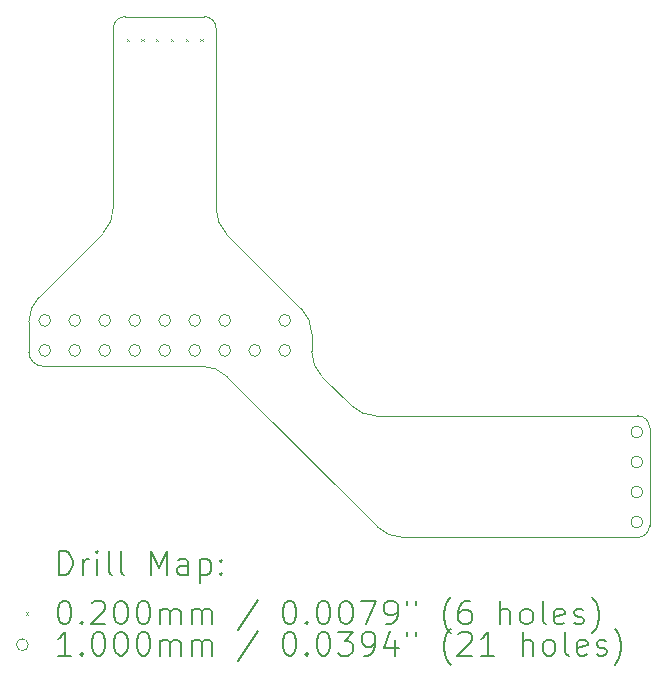
<source format=gbr>
%TF.GenerationSoftware,KiCad,Pcbnew,7.0.9*%
%TF.CreationDate,2024-09-23T21:55:01+08:00*%
%TF.ProjectId,thingy,7468696e-6779-42e6-9b69-6361645f7063,rev?*%
%TF.SameCoordinates,Original*%
%TF.FileFunction,Drillmap*%
%TF.FilePolarity,Positive*%
%FSLAX45Y45*%
G04 Gerber Fmt 4.5, Leading zero omitted, Abs format (unit mm)*
G04 Created by KiCad (PCBNEW 7.0.9) date 2024-09-23 21:55:01*
%MOMM*%
%LPD*%
G01*
G04 APERTURE LIST*
%ADD10C,0.100000*%
%ADD11C,0.200000*%
G04 APERTURE END LIST*
D10*
X10527870Y-347866D02*
G75*
G03*
X10315736Y-260000I-212130J-212134D01*
G01*
X10435003Y1074264D02*
G75*
G03*
X10522868Y862132I299997J-4D01*
G01*
X11802130Y-1622134D02*
G75*
G03*
X12014264Y-1710000I212130J212134D01*
G01*
X11577130Y-592134D02*
G75*
G03*
X11789264Y-680000I212130J212134D01*
G01*
X8937866Y327870D02*
G75*
G03*
X8850000Y115736I212134J-212130D01*
G01*
X11244997Y15736D02*
G75*
G03*
X11157132Y227868I-299997J4D01*
G01*
X9477134Y867130D02*
G75*
G03*
X9565000Y1079264I-212134J212130D01*
G01*
X11245003Y-135736D02*
G75*
G03*
X11332868Y-347868I299997J-4D01*
G01*
X10315736Y-260000D02*
X8970000Y-260000D01*
X11245000Y15736D02*
X11245000Y-135736D01*
X11789264Y-680000D02*
X14005000Y-680000D01*
X9565000Y1079264D02*
X9565000Y2600000D01*
X9665000Y2700000D02*
G75*
G03*
X9565000Y2600000I0J-100000D01*
G01*
X14005000Y-1710000D02*
X12014264Y-1710000D01*
X14105000Y-780000D02*
G75*
G03*
X14005000Y-680000I-100000J0D01*
G01*
X11802132Y-1622132D02*
X10527868Y-347868D01*
X8850000Y-140000D02*
X8850000Y115736D01*
X10435000Y2600000D02*
X10435000Y1074264D01*
X10435000Y2600000D02*
G75*
G03*
X10335000Y2700000I-100000J0D01*
G01*
X14105000Y-780000D02*
X14105000Y-1610000D01*
X11332868Y-347868D02*
X11577132Y-592132D01*
X14005000Y-1710000D02*
G75*
G03*
X14105000Y-1610000I0J100000D01*
G01*
X8850000Y-140000D02*
G75*
G03*
X8970000Y-260000I120000J0D01*
G01*
X10522868Y862132D02*
X11157132Y227868D01*
X8937868Y327868D02*
X9477132Y867132D01*
X9665000Y2700000D02*
X10335000Y2700000D01*
D11*
D10*
X9677500Y2512500D02*
X9697500Y2492500D01*
X9697500Y2512500D02*
X9677500Y2492500D01*
X9802500Y2512500D02*
X9822500Y2492500D01*
X9822500Y2512500D02*
X9802500Y2492500D01*
X9927500Y2512500D02*
X9947500Y2492500D01*
X9947500Y2512500D02*
X9927500Y2492500D01*
X10052500Y2512500D02*
X10072500Y2492500D01*
X10072500Y2512500D02*
X10052500Y2492500D01*
X10177500Y2512500D02*
X10197500Y2492500D01*
X10197500Y2512500D02*
X10177500Y2492500D01*
X10302500Y2512500D02*
X10322500Y2492500D01*
X10322500Y2512500D02*
X10302500Y2492500D01*
X9035000Y127500D02*
G75*
G03*
X9035000Y127500I-50000J0D01*
G01*
X9035000Y-126500D02*
G75*
G03*
X9035000Y-126500I-50000J0D01*
G01*
X9289000Y127500D02*
G75*
G03*
X9289000Y127500I-50000J0D01*
G01*
X9289000Y-126500D02*
G75*
G03*
X9289000Y-126500I-50000J0D01*
G01*
X9543000Y127500D02*
G75*
G03*
X9543000Y127500I-50000J0D01*
G01*
X9543000Y-126500D02*
G75*
G03*
X9543000Y-126500I-50000J0D01*
G01*
X9797000Y127500D02*
G75*
G03*
X9797000Y127500I-50000J0D01*
G01*
X9797000Y-126500D02*
G75*
G03*
X9797000Y-126500I-50000J0D01*
G01*
X10051000Y127500D02*
G75*
G03*
X10051000Y127500I-50000J0D01*
G01*
X10051000Y-126500D02*
G75*
G03*
X10051000Y-126500I-50000J0D01*
G01*
X10305000Y127500D02*
G75*
G03*
X10305000Y127500I-50000J0D01*
G01*
X10305000Y-126500D02*
G75*
G03*
X10305000Y-126500I-50000J0D01*
G01*
X10559000Y127500D02*
G75*
G03*
X10559000Y127500I-50000J0D01*
G01*
X10559000Y-126500D02*
G75*
G03*
X10559000Y-126500I-50000J0D01*
G01*
X10813000Y-126500D02*
G75*
G03*
X10813000Y-126500I-50000J0D01*
G01*
X11067000Y127500D02*
G75*
G03*
X11067000Y127500I-50000J0D01*
G01*
X11067000Y-126500D02*
G75*
G03*
X11067000Y-126500I-50000J0D01*
G01*
X14047500Y-818000D02*
G75*
G03*
X14047500Y-818000I-50000J0D01*
G01*
X14047500Y-1072000D02*
G75*
G03*
X14047500Y-1072000I-50000J0D01*
G01*
X14047500Y-1326000D02*
G75*
G03*
X14047500Y-1326000I-50000J0D01*
G01*
X14047500Y-1580000D02*
G75*
G03*
X14047500Y-1580000I-50000J0D01*
G01*
D11*
X9105777Y-2026484D02*
X9105777Y-1826484D01*
X9105777Y-1826484D02*
X9153396Y-1826484D01*
X9153396Y-1826484D02*
X9181967Y-1836008D01*
X9181967Y-1836008D02*
X9201015Y-1855055D01*
X9201015Y-1855055D02*
X9210539Y-1874103D01*
X9210539Y-1874103D02*
X9220063Y-1912198D01*
X9220063Y-1912198D02*
X9220063Y-1940769D01*
X9220063Y-1940769D02*
X9210539Y-1978865D01*
X9210539Y-1978865D02*
X9201015Y-1997912D01*
X9201015Y-1997912D02*
X9181967Y-2016960D01*
X9181967Y-2016960D02*
X9153396Y-2026484D01*
X9153396Y-2026484D02*
X9105777Y-2026484D01*
X9305777Y-2026484D02*
X9305777Y-1893150D01*
X9305777Y-1931246D02*
X9315301Y-1912198D01*
X9315301Y-1912198D02*
X9324824Y-1902674D01*
X9324824Y-1902674D02*
X9343872Y-1893150D01*
X9343872Y-1893150D02*
X9362920Y-1893150D01*
X9429586Y-2026484D02*
X9429586Y-1893150D01*
X9429586Y-1826484D02*
X9420063Y-1836008D01*
X9420063Y-1836008D02*
X9429586Y-1845531D01*
X9429586Y-1845531D02*
X9439110Y-1836008D01*
X9439110Y-1836008D02*
X9429586Y-1826484D01*
X9429586Y-1826484D02*
X9429586Y-1845531D01*
X9553396Y-2026484D02*
X9534348Y-2016960D01*
X9534348Y-2016960D02*
X9524824Y-1997912D01*
X9524824Y-1997912D02*
X9524824Y-1826484D01*
X9658158Y-2026484D02*
X9639110Y-2016960D01*
X9639110Y-2016960D02*
X9629586Y-1997912D01*
X9629586Y-1997912D02*
X9629586Y-1826484D01*
X9886729Y-2026484D02*
X9886729Y-1826484D01*
X9886729Y-1826484D02*
X9953396Y-1969341D01*
X9953396Y-1969341D02*
X10020063Y-1826484D01*
X10020063Y-1826484D02*
X10020063Y-2026484D01*
X10201015Y-2026484D02*
X10201015Y-1921722D01*
X10201015Y-1921722D02*
X10191491Y-1902674D01*
X10191491Y-1902674D02*
X10172444Y-1893150D01*
X10172444Y-1893150D02*
X10134348Y-1893150D01*
X10134348Y-1893150D02*
X10115301Y-1902674D01*
X10201015Y-2016960D02*
X10181967Y-2026484D01*
X10181967Y-2026484D02*
X10134348Y-2026484D01*
X10134348Y-2026484D02*
X10115301Y-2016960D01*
X10115301Y-2016960D02*
X10105777Y-1997912D01*
X10105777Y-1997912D02*
X10105777Y-1978865D01*
X10105777Y-1978865D02*
X10115301Y-1959817D01*
X10115301Y-1959817D02*
X10134348Y-1950293D01*
X10134348Y-1950293D02*
X10181967Y-1950293D01*
X10181967Y-1950293D02*
X10201015Y-1940769D01*
X10296253Y-1893150D02*
X10296253Y-2093150D01*
X10296253Y-1902674D02*
X10315301Y-1893150D01*
X10315301Y-1893150D02*
X10353396Y-1893150D01*
X10353396Y-1893150D02*
X10372444Y-1902674D01*
X10372444Y-1902674D02*
X10381967Y-1912198D01*
X10381967Y-1912198D02*
X10391491Y-1931246D01*
X10391491Y-1931246D02*
X10391491Y-1988388D01*
X10391491Y-1988388D02*
X10381967Y-2007436D01*
X10381967Y-2007436D02*
X10372444Y-2016960D01*
X10372444Y-2016960D02*
X10353396Y-2026484D01*
X10353396Y-2026484D02*
X10315301Y-2026484D01*
X10315301Y-2026484D02*
X10296253Y-2016960D01*
X10477205Y-2007436D02*
X10486729Y-2016960D01*
X10486729Y-2016960D02*
X10477205Y-2026484D01*
X10477205Y-2026484D02*
X10467682Y-2016960D01*
X10467682Y-2016960D02*
X10477205Y-2007436D01*
X10477205Y-2007436D02*
X10477205Y-2026484D01*
X10477205Y-1902674D02*
X10486729Y-1912198D01*
X10486729Y-1912198D02*
X10477205Y-1921722D01*
X10477205Y-1921722D02*
X10467682Y-1912198D01*
X10467682Y-1912198D02*
X10477205Y-1902674D01*
X10477205Y-1902674D02*
X10477205Y-1921722D01*
D10*
X8825000Y-2345000D02*
X8845000Y-2365000D01*
X8845000Y-2345000D02*
X8825000Y-2365000D01*
D11*
X9143872Y-2246484D02*
X9162920Y-2246484D01*
X9162920Y-2246484D02*
X9181967Y-2256008D01*
X9181967Y-2256008D02*
X9191491Y-2265531D01*
X9191491Y-2265531D02*
X9201015Y-2284579D01*
X9201015Y-2284579D02*
X9210539Y-2322674D01*
X9210539Y-2322674D02*
X9210539Y-2370293D01*
X9210539Y-2370293D02*
X9201015Y-2408389D01*
X9201015Y-2408389D02*
X9191491Y-2427436D01*
X9191491Y-2427436D02*
X9181967Y-2436960D01*
X9181967Y-2436960D02*
X9162920Y-2446484D01*
X9162920Y-2446484D02*
X9143872Y-2446484D01*
X9143872Y-2446484D02*
X9124824Y-2436960D01*
X9124824Y-2436960D02*
X9115301Y-2427436D01*
X9115301Y-2427436D02*
X9105777Y-2408389D01*
X9105777Y-2408389D02*
X9096253Y-2370293D01*
X9096253Y-2370293D02*
X9096253Y-2322674D01*
X9096253Y-2322674D02*
X9105777Y-2284579D01*
X9105777Y-2284579D02*
X9115301Y-2265531D01*
X9115301Y-2265531D02*
X9124824Y-2256008D01*
X9124824Y-2256008D02*
X9143872Y-2246484D01*
X9296253Y-2427436D02*
X9305777Y-2436960D01*
X9305777Y-2436960D02*
X9296253Y-2446484D01*
X9296253Y-2446484D02*
X9286729Y-2436960D01*
X9286729Y-2436960D02*
X9296253Y-2427436D01*
X9296253Y-2427436D02*
X9296253Y-2446484D01*
X9381967Y-2265531D02*
X9391491Y-2256008D01*
X9391491Y-2256008D02*
X9410539Y-2246484D01*
X9410539Y-2246484D02*
X9458158Y-2246484D01*
X9458158Y-2246484D02*
X9477205Y-2256008D01*
X9477205Y-2256008D02*
X9486729Y-2265531D01*
X9486729Y-2265531D02*
X9496253Y-2284579D01*
X9496253Y-2284579D02*
X9496253Y-2303627D01*
X9496253Y-2303627D02*
X9486729Y-2332198D01*
X9486729Y-2332198D02*
X9372444Y-2446484D01*
X9372444Y-2446484D02*
X9496253Y-2446484D01*
X9620063Y-2246484D02*
X9639110Y-2246484D01*
X9639110Y-2246484D02*
X9658158Y-2256008D01*
X9658158Y-2256008D02*
X9667682Y-2265531D01*
X9667682Y-2265531D02*
X9677205Y-2284579D01*
X9677205Y-2284579D02*
X9686729Y-2322674D01*
X9686729Y-2322674D02*
X9686729Y-2370293D01*
X9686729Y-2370293D02*
X9677205Y-2408389D01*
X9677205Y-2408389D02*
X9667682Y-2427436D01*
X9667682Y-2427436D02*
X9658158Y-2436960D01*
X9658158Y-2436960D02*
X9639110Y-2446484D01*
X9639110Y-2446484D02*
X9620063Y-2446484D01*
X9620063Y-2446484D02*
X9601015Y-2436960D01*
X9601015Y-2436960D02*
X9591491Y-2427436D01*
X9591491Y-2427436D02*
X9581967Y-2408389D01*
X9581967Y-2408389D02*
X9572444Y-2370293D01*
X9572444Y-2370293D02*
X9572444Y-2322674D01*
X9572444Y-2322674D02*
X9581967Y-2284579D01*
X9581967Y-2284579D02*
X9591491Y-2265531D01*
X9591491Y-2265531D02*
X9601015Y-2256008D01*
X9601015Y-2256008D02*
X9620063Y-2246484D01*
X9810539Y-2246484D02*
X9829586Y-2246484D01*
X9829586Y-2246484D02*
X9848634Y-2256008D01*
X9848634Y-2256008D02*
X9858158Y-2265531D01*
X9858158Y-2265531D02*
X9867682Y-2284579D01*
X9867682Y-2284579D02*
X9877205Y-2322674D01*
X9877205Y-2322674D02*
X9877205Y-2370293D01*
X9877205Y-2370293D02*
X9867682Y-2408389D01*
X9867682Y-2408389D02*
X9858158Y-2427436D01*
X9858158Y-2427436D02*
X9848634Y-2436960D01*
X9848634Y-2436960D02*
X9829586Y-2446484D01*
X9829586Y-2446484D02*
X9810539Y-2446484D01*
X9810539Y-2446484D02*
X9791491Y-2436960D01*
X9791491Y-2436960D02*
X9781967Y-2427436D01*
X9781967Y-2427436D02*
X9772444Y-2408389D01*
X9772444Y-2408389D02*
X9762920Y-2370293D01*
X9762920Y-2370293D02*
X9762920Y-2322674D01*
X9762920Y-2322674D02*
X9772444Y-2284579D01*
X9772444Y-2284579D02*
X9781967Y-2265531D01*
X9781967Y-2265531D02*
X9791491Y-2256008D01*
X9791491Y-2256008D02*
X9810539Y-2246484D01*
X9962920Y-2446484D02*
X9962920Y-2313150D01*
X9962920Y-2332198D02*
X9972444Y-2322674D01*
X9972444Y-2322674D02*
X9991491Y-2313150D01*
X9991491Y-2313150D02*
X10020063Y-2313150D01*
X10020063Y-2313150D02*
X10039110Y-2322674D01*
X10039110Y-2322674D02*
X10048634Y-2341722D01*
X10048634Y-2341722D02*
X10048634Y-2446484D01*
X10048634Y-2341722D02*
X10058158Y-2322674D01*
X10058158Y-2322674D02*
X10077205Y-2313150D01*
X10077205Y-2313150D02*
X10105777Y-2313150D01*
X10105777Y-2313150D02*
X10124825Y-2322674D01*
X10124825Y-2322674D02*
X10134348Y-2341722D01*
X10134348Y-2341722D02*
X10134348Y-2446484D01*
X10229586Y-2446484D02*
X10229586Y-2313150D01*
X10229586Y-2332198D02*
X10239110Y-2322674D01*
X10239110Y-2322674D02*
X10258158Y-2313150D01*
X10258158Y-2313150D02*
X10286729Y-2313150D01*
X10286729Y-2313150D02*
X10305777Y-2322674D01*
X10305777Y-2322674D02*
X10315301Y-2341722D01*
X10315301Y-2341722D02*
X10315301Y-2446484D01*
X10315301Y-2341722D02*
X10324825Y-2322674D01*
X10324825Y-2322674D02*
X10343872Y-2313150D01*
X10343872Y-2313150D02*
X10372444Y-2313150D01*
X10372444Y-2313150D02*
X10391491Y-2322674D01*
X10391491Y-2322674D02*
X10401015Y-2341722D01*
X10401015Y-2341722D02*
X10401015Y-2446484D01*
X10791491Y-2236960D02*
X10620063Y-2494103D01*
X11048634Y-2246484D02*
X11067682Y-2246484D01*
X11067682Y-2246484D02*
X11086729Y-2256008D01*
X11086729Y-2256008D02*
X11096253Y-2265531D01*
X11096253Y-2265531D02*
X11105777Y-2284579D01*
X11105777Y-2284579D02*
X11115301Y-2322674D01*
X11115301Y-2322674D02*
X11115301Y-2370293D01*
X11115301Y-2370293D02*
X11105777Y-2408389D01*
X11105777Y-2408389D02*
X11096253Y-2427436D01*
X11096253Y-2427436D02*
X11086729Y-2436960D01*
X11086729Y-2436960D02*
X11067682Y-2446484D01*
X11067682Y-2446484D02*
X11048634Y-2446484D01*
X11048634Y-2446484D02*
X11029587Y-2436960D01*
X11029587Y-2436960D02*
X11020063Y-2427436D01*
X11020063Y-2427436D02*
X11010539Y-2408389D01*
X11010539Y-2408389D02*
X11001015Y-2370293D01*
X11001015Y-2370293D02*
X11001015Y-2322674D01*
X11001015Y-2322674D02*
X11010539Y-2284579D01*
X11010539Y-2284579D02*
X11020063Y-2265531D01*
X11020063Y-2265531D02*
X11029587Y-2256008D01*
X11029587Y-2256008D02*
X11048634Y-2246484D01*
X11201015Y-2427436D02*
X11210539Y-2436960D01*
X11210539Y-2436960D02*
X11201015Y-2446484D01*
X11201015Y-2446484D02*
X11191491Y-2436960D01*
X11191491Y-2436960D02*
X11201015Y-2427436D01*
X11201015Y-2427436D02*
X11201015Y-2446484D01*
X11334348Y-2246484D02*
X11353396Y-2246484D01*
X11353396Y-2246484D02*
X11372444Y-2256008D01*
X11372444Y-2256008D02*
X11381967Y-2265531D01*
X11381967Y-2265531D02*
X11391491Y-2284579D01*
X11391491Y-2284579D02*
X11401015Y-2322674D01*
X11401015Y-2322674D02*
X11401015Y-2370293D01*
X11401015Y-2370293D02*
X11391491Y-2408389D01*
X11391491Y-2408389D02*
X11381967Y-2427436D01*
X11381967Y-2427436D02*
X11372444Y-2436960D01*
X11372444Y-2436960D02*
X11353396Y-2446484D01*
X11353396Y-2446484D02*
X11334348Y-2446484D01*
X11334348Y-2446484D02*
X11315301Y-2436960D01*
X11315301Y-2436960D02*
X11305777Y-2427436D01*
X11305777Y-2427436D02*
X11296253Y-2408389D01*
X11296253Y-2408389D02*
X11286729Y-2370293D01*
X11286729Y-2370293D02*
X11286729Y-2322674D01*
X11286729Y-2322674D02*
X11296253Y-2284579D01*
X11296253Y-2284579D02*
X11305777Y-2265531D01*
X11305777Y-2265531D02*
X11315301Y-2256008D01*
X11315301Y-2256008D02*
X11334348Y-2246484D01*
X11524825Y-2246484D02*
X11543872Y-2246484D01*
X11543872Y-2246484D02*
X11562920Y-2256008D01*
X11562920Y-2256008D02*
X11572444Y-2265531D01*
X11572444Y-2265531D02*
X11581967Y-2284579D01*
X11581967Y-2284579D02*
X11591491Y-2322674D01*
X11591491Y-2322674D02*
X11591491Y-2370293D01*
X11591491Y-2370293D02*
X11581967Y-2408389D01*
X11581967Y-2408389D02*
X11572444Y-2427436D01*
X11572444Y-2427436D02*
X11562920Y-2436960D01*
X11562920Y-2436960D02*
X11543872Y-2446484D01*
X11543872Y-2446484D02*
X11524825Y-2446484D01*
X11524825Y-2446484D02*
X11505777Y-2436960D01*
X11505777Y-2436960D02*
X11496253Y-2427436D01*
X11496253Y-2427436D02*
X11486729Y-2408389D01*
X11486729Y-2408389D02*
X11477206Y-2370293D01*
X11477206Y-2370293D02*
X11477206Y-2322674D01*
X11477206Y-2322674D02*
X11486729Y-2284579D01*
X11486729Y-2284579D02*
X11496253Y-2265531D01*
X11496253Y-2265531D02*
X11505777Y-2256008D01*
X11505777Y-2256008D02*
X11524825Y-2246484D01*
X11658158Y-2246484D02*
X11791491Y-2246484D01*
X11791491Y-2246484D02*
X11705777Y-2446484D01*
X11877206Y-2446484D02*
X11915301Y-2446484D01*
X11915301Y-2446484D02*
X11934348Y-2436960D01*
X11934348Y-2436960D02*
X11943872Y-2427436D01*
X11943872Y-2427436D02*
X11962920Y-2398865D01*
X11962920Y-2398865D02*
X11972444Y-2360770D01*
X11972444Y-2360770D02*
X11972444Y-2284579D01*
X11972444Y-2284579D02*
X11962920Y-2265531D01*
X11962920Y-2265531D02*
X11953396Y-2256008D01*
X11953396Y-2256008D02*
X11934348Y-2246484D01*
X11934348Y-2246484D02*
X11896253Y-2246484D01*
X11896253Y-2246484D02*
X11877206Y-2256008D01*
X11877206Y-2256008D02*
X11867682Y-2265531D01*
X11867682Y-2265531D02*
X11858158Y-2284579D01*
X11858158Y-2284579D02*
X11858158Y-2332198D01*
X11858158Y-2332198D02*
X11867682Y-2351246D01*
X11867682Y-2351246D02*
X11877206Y-2360770D01*
X11877206Y-2360770D02*
X11896253Y-2370293D01*
X11896253Y-2370293D02*
X11934348Y-2370293D01*
X11934348Y-2370293D02*
X11953396Y-2360770D01*
X11953396Y-2360770D02*
X11962920Y-2351246D01*
X11962920Y-2351246D02*
X11972444Y-2332198D01*
X12048634Y-2246484D02*
X12048634Y-2284579D01*
X12124825Y-2246484D02*
X12124825Y-2284579D01*
X12420063Y-2522674D02*
X12410539Y-2513150D01*
X12410539Y-2513150D02*
X12391491Y-2484579D01*
X12391491Y-2484579D02*
X12381968Y-2465531D01*
X12381968Y-2465531D02*
X12372444Y-2436960D01*
X12372444Y-2436960D02*
X12362920Y-2389341D01*
X12362920Y-2389341D02*
X12362920Y-2351246D01*
X12362920Y-2351246D02*
X12372444Y-2303627D01*
X12372444Y-2303627D02*
X12381968Y-2275055D01*
X12381968Y-2275055D02*
X12391491Y-2256008D01*
X12391491Y-2256008D02*
X12410539Y-2227436D01*
X12410539Y-2227436D02*
X12420063Y-2217912D01*
X12581968Y-2246484D02*
X12543872Y-2246484D01*
X12543872Y-2246484D02*
X12524825Y-2256008D01*
X12524825Y-2256008D02*
X12515301Y-2265531D01*
X12515301Y-2265531D02*
X12496253Y-2294103D01*
X12496253Y-2294103D02*
X12486729Y-2332198D01*
X12486729Y-2332198D02*
X12486729Y-2408389D01*
X12486729Y-2408389D02*
X12496253Y-2427436D01*
X12496253Y-2427436D02*
X12505777Y-2436960D01*
X12505777Y-2436960D02*
X12524825Y-2446484D01*
X12524825Y-2446484D02*
X12562920Y-2446484D01*
X12562920Y-2446484D02*
X12581968Y-2436960D01*
X12581968Y-2436960D02*
X12591491Y-2427436D01*
X12591491Y-2427436D02*
X12601015Y-2408389D01*
X12601015Y-2408389D02*
X12601015Y-2360770D01*
X12601015Y-2360770D02*
X12591491Y-2341722D01*
X12591491Y-2341722D02*
X12581968Y-2332198D01*
X12581968Y-2332198D02*
X12562920Y-2322674D01*
X12562920Y-2322674D02*
X12524825Y-2322674D01*
X12524825Y-2322674D02*
X12505777Y-2332198D01*
X12505777Y-2332198D02*
X12496253Y-2341722D01*
X12496253Y-2341722D02*
X12486729Y-2360770D01*
X12839110Y-2446484D02*
X12839110Y-2246484D01*
X12924825Y-2446484D02*
X12924825Y-2341722D01*
X12924825Y-2341722D02*
X12915301Y-2322674D01*
X12915301Y-2322674D02*
X12896253Y-2313150D01*
X12896253Y-2313150D02*
X12867682Y-2313150D01*
X12867682Y-2313150D02*
X12848634Y-2322674D01*
X12848634Y-2322674D02*
X12839110Y-2332198D01*
X13048634Y-2446484D02*
X13029587Y-2436960D01*
X13029587Y-2436960D02*
X13020063Y-2427436D01*
X13020063Y-2427436D02*
X13010539Y-2408389D01*
X13010539Y-2408389D02*
X13010539Y-2351246D01*
X13010539Y-2351246D02*
X13020063Y-2332198D01*
X13020063Y-2332198D02*
X13029587Y-2322674D01*
X13029587Y-2322674D02*
X13048634Y-2313150D01*
X13048634Y-2313150D02*
X13077206Y-2313150D01*
X13077206Y-2313150D02*
X13096253Y-2322674D01*
X13096253Y-2322674D02*
X13105777Y-2332198D01*
X13105777Y-2332198D02*
X13115301Y-2351246D01*
X13115301Y-2351246D02*
X13115301Y-2408389D01*
X13115301Y-2408389D02*
X13105777Y-2427436D01*
X13105777Y-2427436D02*
X13096253Y-2436960D01*
X13096253Y-2436960D02*
X13077206Y-2446484D01*
X13077206Y-2446484D02*
X13048634Y-2446484D01*
X13229587Y-2446484D02*
X13210539Y-2436960D01*
X13210539Y-2436960D02*
X13201015Y-2417912D01*
X13201015Y-2417912D02*
X13201015Y-2246484D01*
X13381968Y-2436960D02*
X13362920Y-2446484D01*
X13362920Y-2446484D02*
X13324825Y-2446484D01*
X13324825Y-2446484D02*
X13305777Y-2436960D01*
X13305777Y-2436960D02*
X13296253Y-2417912D01*
X13296253Y-2417912D02*
X13296253Y-2341722D01*
X13296253Y-2341722D02*
X13305777Y-2322674D01*
X13305777Y-2322674D02*
X13324825Y-2313150D01*
X13324825Y-2313150D02*
X13362920Y-2313150D01*
X13362920Y-2313150D02*
X13381968Y-2322674D01*
X13381968Y-2322674D02*
X13391491Y-2341722D01*
X13391491Y-2341722D02*
X13391491Y-2360770D01*
X13391491Y-2360770D02*
X13296253Y-2379817D01*
X13467682Y-2436960D02*
X13486730Y-2446484D01*
X13486730Y-2446484D02*
X13524825Y-2446484D01*
X13524825Y-2446484D02*
X13543872Y-2436960D01*
X13543872Y-2436960D02*
X13553396Y-2417912D01*
X13553396Y-2417912D02*
X13553396Y-2408389D01*
X13553396Y-2408389D02*
X13543872Y-2389341D01*
X13543872Y-2389341D02*
X13524825Y-2379817D01*
X13524825Y-2379817D02*
X13496253Y-2379817D01*
X13496253Y-2379817D02*
X13477206Y-2370293D01*
X13477206Y-2370293D02*
X13467682Y-2351246D01*
X13467682Y-2351246D02*
X13467682Y-2341722D01*
X13467682Y-2341722D02*
X13477206Y-2322674D01*
X13477206Y-2322674D02*
X13496253Y-2313150D01*
X13496253Y-2313150D02*
X13524825Y-2313150D01*
X13524825Y-2313150D02*
X13543872Y-2322674D01*
X13620063Y-2522674D02*
X13629587Y-2513150D01*
X13629587Y-2513150D02*
X13648634Y-2484579D01*
X13648634Y-2484579D02*
X13658158Y-2465531D01*
X13658158Y-2465531D02*
X13667682Y-2436960D01*
X13667682Y-2436960D02*
X13677206Y-2389341D01*
X13677206Y-2389341D02*
X13677206Y-2351246D01*
X13677206Y-2351246D02*
X13667682Y-2303627D01*
X13667682Y-2303627D02*
X13658158Y-2275055D01*
X13658158Y-2275055D02*
X13648634Y-2256008D01*
X13648634Y-2256008D02*
X13629587Y-2227436D01*
X13629587Y-2227436D02*
X13620063Y-2217912D01*
D10*
X8845000Y-2619000D02*
G75*
G03*
X8845000Y-2619000I-50000J0D01*
G01*
D11*
X9210539Y-2710484D02*
X9096253Y-2710484D01*
X9153396Y-2710484D02*
X9153396Y-2510484D01*
X9153396Y-2510484D02*
X9134348Y-2539055D01*
X9134348Y-2539055D02*
X9115301Y-2558103D01*
X9115301Y-2558103D02*
X9096253Y-2567627D01*
X9296253Y-2691436D02*
X9305777Y-2700960D01*
X9305777Y-2700960D02*
X9296253Y-2710484D01*
X9296253Y-2710484D02*
X9286729Y-2700960D01*
X9286729Y-2700960D02*
X9296253Y-2691436D01*
X9296253Y-2691436D02*
X9296253Y-2710484D01*
X9429586Y-2510484D02*
X9448634Y-2510484D01*
X9448634Y-2510484D02*
X9467682Y-2520008D01*
X9467682Y-2520008D02*
X9477205Y-2529531D01*
X9477205Y-2529531D02*
X9486729Y-2548579D01*
X9486729Y-2548579D02*
X9496253Y-2586674D01*
X9496253Y-2586674D02*
X9496253Y-2634293D01*
X9496253Y-2634293D02*
X9486729Y-2672389D01*
X9486729Y-2672389D02*
X9477205Y-2691436D01*
X9477205Y-2691436D02*
X9467682Y-2700960D01*
X9467682Y-2700960D02*
X9448634Y-2710484D01*
X9448634Y-2710484D02*
X9429586Y-2710484D01*
X9429586Y-2710484D02*
X9410539Y-2700960D01*
X9410539Y-2700960D02*
X9401015Y-2691436D01*
X9401015Y-2691436D02*
X9391491Y-2672389D01*
X9391491Y-2672389D02*
X9381967Y-2634293D01*
X9381967Y-2634293D02*
X9381967Y-2586674D01*
X9381967Y-2586674D02*
X9391491Y-2548579D01*
X9391491Y-2548579D02*
X9401015Y-2529531D01*
X9401015Y-2529531D02*
X9410539Y-2520008D01*
X9410539Y-2520008D02*
X9429586Y-2510484D01*
X9620063Y-2510484D02*
X9639110Y-2510484D01*
X9639110Y-2510484D02*
X9658158Y-2520008D01*
X9658158Y-2520008D02*
X9667682Y-2529531D01*
X9667682Y-2529531D02*
X9677205Y-2548579D01*
X9677205Y-2548579D02*
X9686729Y-2586674D01*
X9686729Y-2586674D02*
X9686729Y-2634293D01*
X9686729Y-2634293D02*
X9677205Y-2672389D01*
X9677205Y-2672389D02*
X9667682Y-2691436D01*
X9667682Y-2691436D02*
X9658158Y-2700960D01*
X9658158Y-2700960D02*
X9639110Y-2710484D01*
X9639110Y-2710484D02*
X9620063Y-2710484D01*
X9620063Y-2710484D02*
X9601015Y-2700960D01*
X9601015Y-2700960D02*
X9591491Y-2691436D01*
X9591491Y-2691436D02*
X9581967Y-2672389D01*
X9581967Y-2672389D02*
X9572444Y-2634293D01*
X9572444Y-2634293D02*
X9572444Y-2586674D01*
X9572444Y-2586674D02*
X9581967Y-2548579D01*
X9581967Y-2548579D02*
X9591491Y-2529531D01*
X9591491Y-2529531D02*
X9601015Y-2520008D01*
X9601015Y-2520008D02*
X9620063Y-2510484D01*
X9810539Y-2510484D02*
X9829586Y-2510484D01*
X9829586Y-2510484D02*
X9848634Y-2520008D01*
X9848634Y-2520008D02*
X9858158Y-2529531D01*
X9858158Y-2529531D02*
X9867682Y-2548579D01*
X9867682Y-2548579D02*
X9877205Y-2586674D01*
X9877205Y-2586674D02*
X9877205Y-2634293D01*
X9877205Y-2634293D02*
X9867682Y-2672389D01*
X9867682Y-2672389D02*
X9858158Y-2691436D01*
X9858158Y-2691436D02*
X9848634Y-2700960D01*
X9848634Y-2700960D02*
X9829586Y-2710484D01*
X9829586Y-2710484D02*
X9810539Y-2710484D01*
X9810539Y-2710484D02*
X9791491Y-2700960D01*
X9791491Y-2700960D02*
X9781967Y-2691436D01*
X9781967Y-2691436D02*
X9772444Y-2672389D01*
X9772444Y-2672389D02*
X9762920Y-2634293D01*
X9762920Y-2634293D02*
X9762920Y-2586674D01*
X9762920Y-2586674D02*
X9772444Y-2548579D01*
X9772444Y-2548579D02*
X9781967Y-2529531D01*
X9781967Y-2529531D02*
X9791491Y-2520008D01*
X9791491Y-2520008D02*
X9810539Y-2510484D01*
X9962920Y-2710484D02*
X9962920Y-2577150D01*
X9962920Y-2596198D02*
X9972444Y-2586674D01*
X9972444Y-2586674D02*
X9991491Y-2577150D01*
X9991491Y-2577150D02*
X10020063Y-2577150D01*
X10020063Y-2577150D02*
X10039110Y-2586674D01*
X10039110Y-2586674D02*
X10048634Y-2605722D01*
X10048634Y-2605722D02*
X10048634Y-2710484D01*
X10048634Y-2605722D02*
X10058158Y-2586674D01*
X10058158Y-2586674D02*
X10077205Y-2577150D01*
X10077205Y-2577150D02*
X10105777Y-2577150D01*
X10105777Y-2577150D02*
X10124825Y-2586674D01*
X10124825Y-2586674D02*
X10134348Y-2605722D01*
X10134348Y-2605722D02*
X10134348Y-2710484D01*
X10229586Y-2710484D02*
X10229586Y-2577150D01*
X10229586Y-2596198D02*
X10239110Y-2586674D01*
X10239110Y-2586674D02*
X10258158Y-2577150D01*
X10258158Y-2577150D02*
X10286729Y-2577150D01*
X10286729Y-2577150D02*
X10305777Y-2586674D01*
X10305777Y-2586674D02*
X10315301Y-2605722D01*
X10315301Y-2605722D02*
X10315301Y-2710484D01*
X10315301Y-2605722D02*
X10324825Y-2586674D01*
X10324825Y-2586674D02*
X10343872Y-2577150D01*
X10343872Y-2577150D02*
X10372444Y-2577150D01*
X10372444Y-2577150D02*
X10391491Y-2586674D01*
X10391491Y-2586674D02*
X10401015Y-2605722D01*
X10401015Y-2605722D02*
X10401015Y-2710484D01*
X10791491Y-2500960D02*
X10620063Y-2758103D01*
X11048634Y-2510484D02*
X11067682Y-2510484D01*
X11067682Y-2510484D02*
X11086729Y-2520008D01*
X11086729Y-2520008D02*
X11096253Y-2529531D01*
X11096253Y-2529531D02*
X11105777Y-2548579D01*
X11105777Y-2548579D02*
X11115301Y-2586674D01*
X11115301Y-2586674D02*
X11115301Y-2634293D01*
X11115301Y-2634293D02*
X11105777Y-2672389D01*
X11105777Y-2672389D02*
X11096253Y-2691436D01*
X11096253Y-2691436D02*
X11086729Y-2700960D01*
X11086729Y-2700960D02*
X11067682Y-2710484D01*
X11067682Y-2710484D02*
X11048634Y-2710484D01*
X11048634Y-2710484D02*
X11029587Y-2700960D01*
X11029587Y-2700960D02*
X11020063Y-2691436D01*
X11020063Y-2691436D02*
X11010539Y-2672389D01*
X11010539Y-2672389D02*
X11001015Y-2634293D01*
X11001015Y-2634293D02*
X11001015Y-2586674D01*
X11001015Y-2586674D02*
X11010539Y-2548579D01*
X11010539Y-2548579D02*
X11020063Y-2529531D01*
X11020063Y-2529531D02*
X11029587Y-2520008D01*
X11029587Y-2520008D02*
X11048634Y-2510484D01*
X11201015Y-2691436D02*
X11210539Y-2700960D01*
X11210539Y-2700960D02*
X11201015Y-2710484D01*
X11201015Y-2710484D02*
X11191491Y-2700960D01*
X11191491Y-2700960D02*
X11201015Y-2691436D01*
X11201015Y-2691436D02*
X11201015Y-2710484D01*
X11334348Y-2510484D02*
X11353396Y-2510484D01*
X11353396Y-2510484D02*
X11372444Y-2520008D01*
X11372444Y-2520008D02*
X11381967Y-2529531D01*
X11381967Y-2529531D02*
X11391491Y-2548579D01*
X11391491Y-2548579D02*
X11401015Y-2586674D01*
X11401015Y-2586674D02*
X11401015Y-2634293D01*
X11401015Y-2634293D02*
X11391491Y-2672389D01*
X11391491Y-2672389D02*
X11381967Y-2691436D01*
X11381967Y-2691436D02*
X11372444Y-2700960D01*
X11372444Y-2700960D02*
X11353396Y-2710484D01*
X11353396Y-2710484D02*
X11334348Y-2710484D01*
X11334348Y-2710484D02*
X11315301Y-2700960D01*
X11315301Y-2700960D02*
X11305777Y-2691436D01*
X11305777Y-2691436D02*
X11296253Y-2672389D01*
X11296253Y-2672389D02*
X11286729Y-2634293D01*
X11286729Y-2634293D02*
X11286729Y-2586674D01*
X11286729Y-2586674D02*
X11296253Y-2548579D01*
X11296253Y-2548579D02*
X11305777Y-2529531D01*
X11305777Y-2529531D02*
X11315301Y-2520008D01*
X11315301Y-2520008D02*
X11334348Y-2510484D01*
X11467682Y-2510484D02*
X11591491Y-2510484D01*
X11591491Y-2510484D02*
X11524825Y-2586674D01*
X11524825Y-2586674D02*
X11553396Y-2586674D01*
X11553396Y-2586674D02*
X11572444Y-2596198D01*
X11572444Y-2596198D02*
X11581967Y-2605722D01*
X11581967Y-2605722D02*
X11591491Y-2624770D01*
X11591491Y-2624770D02*
X11591491Y-2672389D01*
X11591491Y-2672389D02*
X11581967Y-2691436D01*
X11581967Y-2691436D02*
X11572444Y-2700960D01*
X11572444Y-2700960D02*
X11553396Y-2710484D01*
X11553396Y-2710484D02*
X11496253Y-2710484D01*
X11496253Y-2710484D02*
X11477206Y-2700960D01*
X11477206Y-2700960D02*
X11467682Y-2691436D01*
X11686729Y-2710484D02*
X11724825Y-2710484D01*
X11724825Y-2710484D02*
X11743872Y-2700960D01*
X11743872Y-2700960D02*
X11753396Y-2691436D01*
X11753396Y-2691436D02*
X11772444Y-2662865D01*
X11772444Y-2662865D02*
X11781967Y-2624770D01*
X11781967Y-2624770D02*
X11781967Y-2548579D01*
X11781967Y-2548579D02*
X11772444Y-2529531D01*
X11772444Y-2529531D02*
X11762920Y-2520008D01*
X11762920Y-2520008D02*
X11743872Y-2510484D01*
X11743872Y-2510484D02*
X11705777Y-2510484D01*
X11705777Y-2510484D02*
X11686729Y-2520008D01*
X11686729Y-2520008D02*
X11677206Y-2529531D01*
X11677206Y-2529531D02*
X11667682Y-2548579D01*
X11667682Y-2548579D02*
X11667682Y-2596198D01*
X11667682Y-2596198D02*
X11677206Y-2615246D01*
X11677206Y-2615246D02*
X11686729Y-2624770D01*
X11686729Y-2624770D02*
X11705777Y-2634293D01*
X11705777Y-2634293D02*
X11743872Y-2634293D01*
X11743872Y-2634293D02*
X11762920Y-2624770D01*
X11762920Y-2624770D02*
X11772444Y-2615246D01*
X11772444Y-2615246D02*
X11781967Y-2596198D01*
X11953396Y-2577150D02*
X11953396Y-2710484D01*
X11905777Y-2500960D02*
X11858158Y-2643817D01*
X11858158Y-2643817D02*
X11981967Y-2643817D01*
X12048634Y-2510484D02*
X12048634Y-2548579D01*
X12124825Y-2510484D02*
X12124825Y-2548579D01*
X12420063Y-2786674D02*
X12410539Y-2777150D01*
X12410539Y-2777150D02*
X12391491Y-2748579D01*
X12391491Y-2748579D02*
X12381968Y-2729531D01*
X12381968Y-2729531D02*
X12372444Y-2700960D01*
X12372444Y-2700960D02*
X12362920Y-2653341D01*
X12362920Y-2653341D02*
X12362920Y-2615246D01*
X12362920Y-2615246D02*
X12372444Y-2567627D01*
X12372444Y-2567627D02*
X12381968Y-2539055D01*
X12381968Y-2539055D02*
X12391491Y-2520008D01*
X12391491Y-2520008D02*
X12410539Y-2491436D01*
X12410539Y-2491436D02*
X12420063Y-2481912D01*
X12486729Y-2529531D02*
X12496253Y-2520008D01*
X12496253Y-2520008D02*
X12515301Y-2510484D01*
X12515301Y-2510484D02*
X12562920Y-2510484D01*
X12562920Y-2510484D02*
X12581968Y-2520008D01*
X12581968Y-2520008D02*
X12591491Y-2529531D01*
X12591491Y-2529531D02*
X12601015Y-2548579D01*
X12601015Y-2548579D02*
X12601015Y-2567627D01*
X12601015Y-2567627D02*
X12591491Y-2596198D01*
X12591491Y-2596198D02*
X12477206Y-2710484D01*
X12477206Y-2710484D02*
X12601015Y-2710484D01*
X12791491Y-2710484D02*
X12677206Y-2710484D01*
X12734348Y-2710484D02*
X12734348Y-2510484D01*
X12734348Y-2510484D02*
X12715301Y-2539055D01*
X12715301Y-2539055D02*
X12696253Y-2558103D01*
X12696253Y-2558103D02*
X12677206Y-2567627D01*
X13029587Y-2710484D02*
X13029587Y-2510484D01*
X13115301Y-2710484D02*
X13115301Y-2605722D01*
X13115301Y-2605722D02*
X13105777Y-2586674D01*
X13105777Y-2586674D02*
X13086730Y-2577150D01*
X13086730Y-2577150D02*
X13058158Y-2577150D01*
X13058158Y-2577150D02*
X13039110Y-2586674D01*
X13039110Y-2586674D02*
X13029587Y-2596198D01*
X13239110Y-2710484D02*
X13220063Y-2700960D01*
X13220063Y-2700960D02*
X13210539Y-2691436D01*
X13210539Y-2691436D02*
X13201015Y-2672389D01*
X13201015Y-2672389D02*
X13201015Y-2615246D01*
X13201015Y-2615246D02*
X13210539Y-2596198D01*
X13210539Y-2596198D02*
X13220063Y-2586674D01*
X13220063Y-2586674D02*
X13239110Y-2577150D01*
X13239110Y-2577150D02*
X13267682Y-2577150D01*
X13267682Y-2577150D02*
X13286730Y-2586674D01*
X13286730Y-2586674D02*
X13296253Y-2596198D01*
X13296253Y-2596198D02*
X13305777Y-2615246D01*
X13305777Y-2615246D02*
X13305777Y-2672389D01*
X13305777Y-2672389D02*
X13296253Y-2691436D01*
X13296253Y-2691436D02*
X13286730Y-2700960D01*
X13286730Y-2700960D02*
X13267682Y-2710484D01*
X13267682Y-2710484D02*
X13239110Y-2710484D01*
X13420063Y-2710484D02*
X13401015Y-2700960D01*
X13401015Y-2700960D02*
X13391491Y-2681912D01*
X13391491Y-2681912D02*
X13391491Y-2510484D01*
X13572444Y-2700960D02*
X13553396Y-2710484D01*
X13553396Y-2710484D02*
X13515301Y-2710484D01*
X13515301Y-2710484D02*
X13496253Y-2700960D01*
X13496253Y-2700960D02*
X13486730Y-2681912D01*
X13486730Y-2681912D02*
X13486730Y-2605722D01*
X13486730Y-2605722D02*
X13496253Y-2586674D01*
X13496253Y-2586674D02*
X13515301Y-2577150D01*
X13515301Y-2577150D02*
X13553396Y-2577150D01*
X13553396Y-2577150D02*
X13572444Y-2586674D01*
X13572444Y-2586674D02*
X13581968Y-2605722D01*
X13581968Y-2605722D02*
X13581968Y-2624770D01*
X13581968Y-2624770D02*
X13486730Y-2643817D01*
X13658158Y-2700960D02*
X13677206Y-2710484D01*
X13677206Y-2710484D02*
X13715301Y-2710484D01*
X13715301Y-2710484D02*
X13734349Y-2700960D01*
X13734349Y-2700960D02*
X13743872Y-2681912D01*
X13743872Y-2681912D02*
X13743872Y-2672389D01*
X13743872Y-2672389D02*
X13734349Y-2653341D01*
X13734349Y-2653341D02*
X13715301Y-2643817D01*
X13715301Y-2643817D02*
X13686730Y-2643817D01*
X13686730Y-2643817D02*
X13667682Y-2634293D01*
X13667682Y-2634293D02*
X13658158Y-2615246D01*
X13658158Y-2615246D02*
X13658158Y-2605722D01*
X13658158Y-2605722D02*
X13667682Y-2586674D01*
X13667682Y-2586674D02*
X13686730Y-2577150D01*
X13686730Y-2577150D02*
X13715301Y-2577150D01*
X13715301Y-2577150D02*
X13734349Y-2586674D01*
X13810539Y-2786674D02*
X13820063Y-2777150D01*
X13820063Y-2777150D02*
X13839111Y-2748579D01*
X13839111Y-2748579D02*
X13848634Y-2729531D01*
X13848634Y-2729531D02*
X13858158Y-2700960D01*
X13858158Y-2700960D02*
X13867682Y-2653341D01*
X13867682Y-2653341D02*
X13867682Y-2615246D01*
X13867682Y-2615246D02*
X13858158Y-2567627D01*
X13858158Y-2567627D02*
X13848634Y-2539055D01*
X13848634Y-2539055D02*
X13839111Y-2520008D01*
X13839111Y-2520008D02*
X13820063Y-2491436D01*
X13820063Y-2491436D02*
X13810539Y-2481912D01*
M02*

</source>
